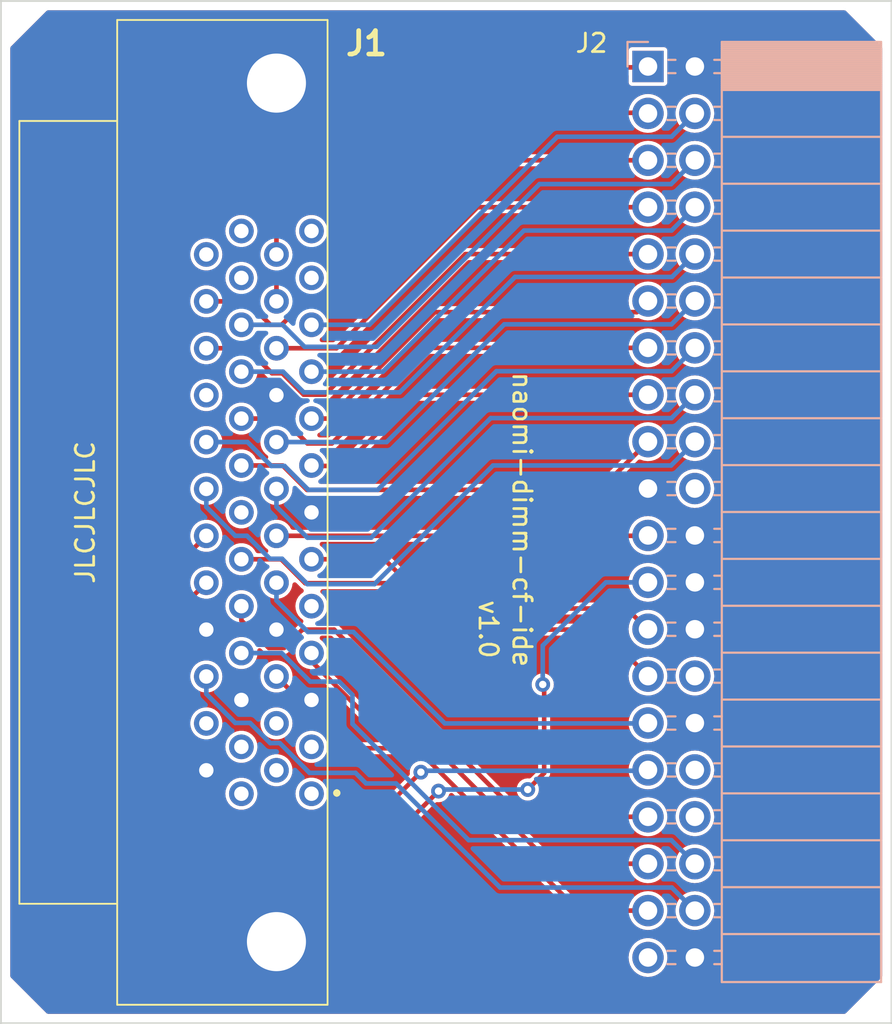
<source format=kicad_pcb>
(kicad_pcb (version 20211014) (generator pcbnew)
  (layers (0 "F.Cu" signal) (31 "B.Cu" signal) (34 "B.Paste" user) (35 "F.Paste" user) (36 "B.SilkS" user "B.Silkscreen") (37 "F.SilkS" user "F.Silkscreen") (38 "B.Mask" user) (39 "F.Mask" user) (44 "Edge.Cuts" user))
  (net 0 "")
  (net 5 "/GND")
  (net 6 "/-CS0")
  (net 7 "/A00")
  (net 8 "/-DMAACK")
  (net 10 "/-IOR")
  (net 11 "/D14")
  (net 12 "/D01")
  (net 13 "/D12")
  (net 14 "/D03")
  (net 15 "/D10")
  (net 16 "/D05")
  (net 17 "/D08")
  (net 18 "/D07")
  (net 19 "/RESET")
  (net 20 "/-CS1")
  (net 21 "/A02")
  (net 23 "/A01")
  (net 28 "/IOCHRDY")
  (net 29 "/-IOW")
  (net 30 "/D15")
  (net 31 "/D00")
  (net 32 "/D13")
  (net 33 "/D02")
  (net 35 "/D11")
  (net 37 "/D04")
  (net 38 "/D09")
  (net 39 "/D06")
  (net 48 "/-DMAREQ")
  (net 49 "/INTRQ")
  (footprint "Connector:102505212PL" (layer "F.Cu") (at 99.06 106.68 -90)
    (fp_text reference "J1" (at -25.4 -10.16 180) (layer "F.SilkS") (effects (font (size 1.27 1.27) (thickness 0.254))))
    (fp_text value "10250-5212PL" hide)
    (fp_line (start 15.3 -8.55) (end 15.3 -8.55) (layer "F.SilkS") (width 0.2))
    (fp_line (start 15.1 -8.55) (end 15.1 -8.55) (layer "F.SilkS") (width 0.2))
    (fp_line (start -21.2 8.65) (end 21.2 8.65) (layer "F.SilkS") (width 0.1))
    (fp_line (start -26.67 -8.05) (end 26.67 -8.05) (layer "F.SilkS") (width 0.1))
    (fp_line (start -21.2 3.35) (end -21.2 8.65) (layer "F.SilkS") (width 0.1))
    (fp_line (start 21.2 8.65) (end 21.2 3.35) (layer "F.SilkS") (width 0.1))
    (fp_line (start -26.67 3.35) (end -26.67 -8.05) (layer "F.SilkS") (width 0.1))
    (fp_line (start 26.67 3.35) (end -26.67 3.35) (layer "F.SilkS") (width 0.1))
    (fp_line (start 26.67 -8.05) (end 26.67 3.35) (layer "F.SilkS") (width 0.1))
    (fp_arc (start 15.3 -8.55) (mid 15.2 -8.45) (end 15.1 -8.55) (layer "F.SilkS") (width 0.2))
    (fp_arc (start 15.1 -8.55) (mid 15.2 -8.65) (end 15.3 -8.55) (layer "F.SilkS") (width 0.2))
    (pad "1" thru_hole circle (at 15.24 -7.18 270) (size 1.337 1.337) (drill 0.78) (layers *.Cu *.Mask))
    (pad "2" thru_hole circle (at 13.97 -5.28 270) (size 1.337 1.337) (drill 0.78) (layers *.Cu *.Mask))
    (pad "3" thru_hole circle (at 12.7 -7.18 270) (size 1.337 1.337) (drill 0.78) (layers *.Cu *.Mask))
    (pad "4" thru_hole circle (at 11.43 -5.28 270) (size 1.337 1.337) (drill 0.78) (layers *.Cu *.Mask))
    (pad "5" thru_hole circle (at 10.16 -7.18 270) (size 1.337 1.337) (drill 0.78) (layers *.Cu *.Mask) (net 5 "/GND"))
    (pad "6" thru_hole circle (at 8.89 -5.28 270) (size 1.337 1.337) (drill 0.78) (layers *.Cu *.Mask) (net 6 "/-CS0"))
    (pad "7" thru_hole circle (at 7.62 -7.18 270) (size 1.337 1.337) (drill 0.78) (layers *.Cu *.Mask) (net 7 "/A00"))
    (pad "8" thru_hole circle (at 6.35 -5.28 270) (size 1.337 1.337) (drill 0.78) (layers *.Cu *.Mask) (net 5 "/GND"))
    (pad "9" thru_hole circle (at 5.08 -7.18 270) (size 1.337 1.337) (drill 0.78) (layers *.Cu *.Mask))
    (pad "10" thru_hole circle (at 3.81 -5.28 270) (size 1.337 1.337) (drill 0.78) (layers *.Cu *.Mask) (net 8 "/-DMAACK"))
    (pad "11" thru_hole circle (at 2.54 -7.18 270) (size 1.337 1.337) (drill 0.78) (layers *.Cu *.Mask) (net 10 "/-IOR"))
    (pad "12" thru_hole circle (at 1.27 -5.28 270) (size 1.337 1.337) (drill 0.78) (layers *.Cu *.Mask) (net 48 "/-DMAREQ"))
    (pad "13" thru_hole circle (at 0 -7.18 270) (size 1.337 1.337) (drill 0.78) (layers *.Cu *.Mask) (net 5 "/GND"))
    (pad "14" thru_hole circle (at -1.27 -5.28 270) (size 1.337 1.337) (drill 0.78) (layers *.Cu *.Mask) (net 11 "/D14"))
    (pad "15" thru_hole circle (at -2.54 -7.18 270) (size 1.337 1.337) (drill 0.78) (layers *.Cu *.Mask) (net 12 "/D01"))
    (pad "16" thru_hole circle (at -3.81 -5.28 270) (size 1.337 1.337) (drill 0.78) (layers *.Cu *.Mask) (net 13 "/D12"))
    (pad "17" thru_hole circle (at -5.08 -7.18 270) (size 1.337 1.337) (drill 0.78) (layers *.Cu *.Mask) (net 14 "/D03"))
    (pad "18" thru_hole circle (at -6.35 -5.28 270) (size 1.337 1.337) (drill 0.78) (layers *.Cu *.Mask) (net 5 "/GND"))
    (pad "19" thru_hole circle (at -7.62 -7.18 270) (size 1.337 1.337) (drill 0.78) (layers *.Cu *.Mask) (net 15 "/D10"))
    (pad "20" thru_hole circle (at -8.89 -5.28 270) (size 1.337 1.337) (drill 0.78) (layers *.Cu *.Mask) (net 16 "/D05"))
    (pad "21" thru_hole circle (at -10.16 -7.18 270) (size 1.337 1.337) (drill 0.78) (layers *.Cu *.Mask) (net 17 "/D08"))
    (pad "22" thru_hole circle (at -11.43 -5.28 270) (size 1.337 1.337) (drill 0.78) (layers *.Cu *.Mask) (net 18 "/D07"))
    (pad "23" thru_hole circle (at -12.7 -7.18 270) (size 1.337 1.337) (drill 0.78) (layers *.Cu *.Mask))
    (pad "24" thru_hole circle (at -13.97 -5.28 270) (size 1.337 1.337) (drill 0.78) (layers *.Cu *.Mask) (net 19 "/RESET"))
    (pad "25" thru_hole circle (at -15.24 -7.18 270) (size 1.337 1.337) (drill 0.78) (layers *.Cu *.Mask))
    (pad "26" thru_hole circle (at 15.24 -3.38 270) (size 1.337 1.337) (drill 0.78) (layers *.Cu *.Mask))
    (pad "27" thru_hole circle (at 13.97 -1.48 270) (size 1.337 1.337) (drill 0.78) (layers *.Cu *.Mask) (net 5 "/GND"))
    (pad "28" thru_hole circle (at 12.7 -3.38 270) (size 1.337 1.337) (drill 0.78) (layers *.Cu *.Mask))
    (pad "29" thru_hole circle (at 11.43 -1.48 270) (size 1.337 1.337) (drill 0.78) (layers *.Cu *.Mask))
    (pad "30" thru_hole circle (at 10.16 -3.38 270) (size 1.337 1.337) (drill 0.78) (layers *.Cu *.Mask) (net 5 "/GND"))
    (pad "31" thru_hole circle (at 8.89 -1.48 270) (size 1.337 1.337) (drill 0.78) (layers *.Cu *.Mask) (net 20 "/-CS1"))
    (pad "32" thru_hole circle (at 7.62 -3.38 270) (size 1.337 1.337) (drill 0.78) (layers *.Cu *.Mask) (net 21 "/A02"))
    (pad "33" thru_hole circle (at 6.35 -1.48 270) (size 1.337 1.337) (drill 0.78) (layers *.Cu *.Mask) (net 5 "/GND"))
    (pad "34" thru_hole circle (at 5.08 -3.38 270) (size 1.337 1.337) (drill 0.78) (layers *.Cu *.Mask) (net 23 "/A01"))
    (pad "35" thru_hole circle (at 3.81 -1.48 270) (size 1.337 1.337) (drill 0.78) (layers *.Cu *.Mask) (net 49 "/INTRQ"))
    (pad "36" thru_hole circle (at 2.54 -3.38 270) (size 1.337 1.337) (drill 0.78) (layers *.Cu *.Mask) (net 28 "/IOCHRDY"))
    (pad "37" thru_hole circle (at 1.27 -1.48 270) (size 1.337 1.337) (drill 0.78) (layers *.Cu *.Mask) (net 29 "/-IOW"))
    (pad "38" thru_hole circle (at 0 -3.38 270) (size 1.337 1.337) (drill 0.78) (layers *.Cu *.Mask))
    (pad "39" thru_hole circle (at -1.27 -1.48 270) (size 1.337 1.337) (drill 0.78) (layers *.Cu *.Mask) (net 30 "/D15"))
    (pad "40" thru_hole circle (at -2.54 -3.38 270) (size 1.337 1.337) (drill 0.78) (layers *.Cu *.Mask) (net 31 "/D00"))
    (pad "41" thru_hole circle (at -3.81 -1.48 270) (size 1.337 1.337) (drill 0.78) (layers *.Cu *.Mask) (net 32 "/D13"))
    (pad "42" thru_hole circle (at -5.08 -3.38 270) (size 1.337 1.337) (drill 0.78) (layers *.Cu *.Mask) (net 33 "/D02"))
    (pad "43" thru_hole circle (at -6.35 -1.48 270) (size 1.337 1.337) (drill 0.78) (layers *.Cu *.Mask))
    (pad "44" thru_hole circle (at -7.62 -3.38 270) (size 1.337 1.337) (drill 0.78) (layers *.Cu *.Mask) (net 35 "/D11"))
    (pad "45" thru_hole circle (at -8.89 -1.48 270) (size 1.337 1.337) (drill 0.78) (layers *.Cu *.Mask) (net 37 "/D04"))
    (pad "46" thru_hole circle (at -10.16 -3.38 270) (size 1.337 1.337) (drill 0.78) (layers *.Cu *.Mask) (net 38 "/D09"))
    (pad "47" thru_hole circle (at -11.43 -1.48 270) (size 1.337 1.337) (drill 0.78) (layers *.Cu *.Mask) (net 39 "/D06"))
    (pad "48" thru_hole circle (at -12.7 -3.38 270) (size 1.337 1.337) (drill 0.78) (layers *.Cu *.Mask))
    (pad "49" thru_hole circle (at -13.97 -1.48 270) (size 1.337 1.337) (drill 0.78) (layers *.Cu *.Mask))
    (pad "50" thru_hole circle (at -15.24 -3.38 270) (size 1.337 1.337) (drill 0.78) (layers *.Cu *.Mask))
    (pad "51" thru_hole circle (at -23.25 -5.28 270) (size 4.8 4.8) (drill 3.2) (layers *.Cu *.Mask) (net 5 "/GND"))
    (pad "52" thru_hole circle (at 23.25 -5.28 270) (size 4.8 4.8) (drill 3.2) (layers *.Cu *.Mask) (net 5 "/GND"))
  )
  (footprint "Connector_PinSocket_2.54mm:PinSocket_2x20_P2.54mm_Horizontal" (layer "B.Cu") (at 124.4738 82.53 180)
    (fp_text reference "J2" (at 3.0598 1.266) (layer "F.SilkS"))
    (fp_text value "IDE-40PIN")
    (fp_line (start -12.63 -26.67) (end -4 -26.67) (layer "B.SilkS") (width 0.12))
    (fp_line (start -4 -37.74) (end -3.59 -37.74) (layer "B.SilkS") (width 0.12))
    (fp_line (start -1.49 -42.82) (end -1.05 -42.82) (layer "B.SilkS") (width 0.12))
    (fp_line (start -12.63 -3.81) (end -4 -3.81) (layer "B.SilkS") (width 0.12))
    (fp_line (start -4 -10.52) (end -3.59 -10.52) (layer "B.SilkS") (width 0.12))
    (fp_line (start -4 -42.82) (end -3.59 -42.82) (layer "B.SilkS") (width 0.12))
    (fp_line (start -1.49 -28.3) (end -1.05 -28.3) (layer "B.SilkS") (width 0.12))
    (fp_line (start -4 -30.12) (end -3.59 -30.12) (layer "B.SilkS") (width 0.12))
    (fp_line (start -1.49 -4.72) (end -1.05 -4.72) (layer "B.SilkS") (width 0.12))
    (fp_line (start -12.63 -6.35) (end -4 -6.35) (layer "B.SilkS") (width 0.12))
    (fp_line (start -12.63 -13.97) (end -4 -13.97) (layer "B.SilkS") (width 0.12))
    (fp_line (start -4 -12.34) (end -3.59 -12.34) (layer "B.SilkS") (width 0.12))
    (fp_line (start -12.63 -0.797615) (end -4 -0.797615) (layer "B.SilkS") (width 0.12))
    (fp_line (start -4 -48.62) (end -3.59 -48.62) (layer "B.SilkS") (width 0.12))
    (fp_line (start -1.49 -23.22) (end -1.05 -23.22) (layer "B.SilkS") (width 0.12))
    (fp_line (start -1.49 -7.26) (end -1.05 -7.26) (layer "B.SilkS") (width 0.12))
    (fp_line (start -1.49 0.36) (end -1.11 0.36) (layer "B.SilkS") (width 0.12))
    (fp_line (start -4 -7.98) (end -3.59 -7.98) (layer "B.SilkS") (width 0.12))
    (fp_line (start -1.49 -37.74) (end -1.05 -37.74) (layer "B.SilkS") (width 0.12))
    (fp_line (start -1.49 -35.92) (end -1.05 -35.92) (layer "B.SilkS") (width 0.12))
    (fp_line (start -4 -23.22) (end -3.59 -23.22) (layer "B.SilkS") (width 0.12))
    (fp_line (start -1.49 -46.08) (end -1.05 -46.08) (layer "B.SilkS") (width 0.12))
    (fp_line (start -4 -45.36) (end -3.59 -45.36) (layer "B.SilkS") (width 0.12))
    (fp_line (start -4 -41) (end -3.59 -41) (layer "B.SilkS") (width 0.12))
    (fp_line (start -1.49 -33.38) (end -1.05 -33.38) (layer "B.SilkS") (width 0.12))
    (fp_line (start -12.63 -19.05) (end -4 -19.05) (layer "B.SilkS") (width 0.12))
    (fp_line (start -1.49 -30.12) (end -1.05 -30.12) (layer "B.SilkS") (width 0.12))
    (fp_line (start -4 -2.18) (end -3.59 -2.18) (layer "B.SilkS") (width 0.12))
    (fp_line (start -12.63 -1.1519) (end -4 -1.1519) (layer "B.SilkS") (width 0.12))
    (fp_line (start -12.63 0.855715) (end -4 0.855715) (layer "B.SilkS") (width 0.12))
    (fp_line (start -12.63 -49.59) (end -4 -49.59) (layer "B.SilkS") (width 0.12))
    (fp_line (start -4 -9.8) (end -3.59 -9.8) (layer "B.SilkS") (width 0.12))
    (fp_line (start -1.49 -5.44) (end -1.05 -5.44) (layer "B.SilkS") (width 0.12))
    (fp_line (start -12.63 -11.43) (end -4 -11.43) (layer "B.SilkS") (width 0.12))
    (fp_line (start -12.63 -16.51) (end -4 -16.51) (layer "B.SilkS") (width 0.12))
    (fp_line (start -1.49 -25.04) (end -1.05 -25.04) (layer "B.SilkS") (width 0.12))
    (fp_line (start -4 -35.2) (end -3.59 -35.2) (layer "B.SilkS") (width 0.12))
    (fp_line (start -12.63 0.02905) (end -4 0.02905) (layer "B.SilkS") (width 0.12))
    (fp_line (start -1.49 -15.6) (end -1.05 -15.6) (layer "B.SilkS") (width 0.12))
    (fp_line (start -1.49 -48.62) (end -1.05 -48.62) (layer "B.SilkS") (width 0.12))
    (fp_line (start -12.63 -29.21) (end -4 -29.21) (layer "B.SilkS") (width 0.12))
    (fp_line (start -12.63 -0.67952) (end -4 -0.67952) (layer "B.SilkS") (width 0.12))
    (fp_line (start -12.63 0.26524) (end -4 0.26524) (layer "B.SilkS") (width 0.12))
    (fp_line (start -1.49 -41) (end -1.05 -41) (layer "B.SilkS") (width 0.12))
    (fp_line (start -1.49 -2.9) (end -1.05 -2.9) (layer "B.SilkS") (width 0.12))
    (fp_line (start -4 -43.54) (end -3.59 -43.54) (layer "B.SilkS") (width 0.12))
    (fp_line (start -4 -40.28) (end -3.59 -40.28) (layer "B.SilkS") (width 0.12))
    (fp_line (start -1.49 -7.98) (end -1.05 -7.98) (layer "B.SilkS") (width 0.12))
    (fp_line (start -4 -18.14) (end -3.59 -18.14) (layer "B.SilkS") (width 0.12))
    (fp_line (start -12.63 -1.27) (end -4 -1.27) (layer "B.SilkS") (width 0.12))
    (fp_line (start -1.49 -25.76) (end -1.05 -25.76) (layer "B.SilkS") (width 0.12))
    (fp_line (start -1.49 -32.66) (end -1.05 -32.66) (layer "B.SilkS") (width 0.12))
    (fp_line (start -12.63 -36.83) (end -4 -36.83) (layer "B.SilkS") (width 0.12))
    (fp_line (start -1.49 -9.8) (end -1.05 -9.8) (layer "B.SilkS") (width 0.12))
    (fp_line (start -4 -46.08) (end -3.59 -46.08) (layer "B.SilkS") (width 0.12))
    (fp_line (start -1.49 -19.96) (end -1.05 -19.96) (layer "B.SilkS") (width 0.12))
    (fp_line (start -4 -19.96) (end -3.59 -19.96) (layer "B.SilkS") (width 0.12))
    (fp_line (start 0 1.33) (end 1.11 1.33) (layer "B.SilkS") (width 0.12))
    (fp_line (start -1.49 -14.88) (end -1.05 -14.88) (layer "B.SilkS") (width 0.12))
    (fp_line (start -4 -25.04) (end -3.59 -25.04) (layer "B.SilkS") (width 0.12))
    (fp_line (start -12.63 -0.089045) (end -4 -0.089045) (layer "B.SilkS") (width 0.12))
    (fp_line (start -4 -22.5) (end -3.59 -22.5) (layer "B.SilkS") (width 0.12))
    (fp_line (start -12.63 0.383335) (end -4 0.383335) (layer "B.SilkS") (width 0.12))
    (fp_line (start -12.63 -0.20714) (end -4 -0.20714) (layer "B.SilkS") (width 0.12))
    (fp_line (start -12.63 -1.033805) (end -4 -1.033805) (layer "B.SilkS") (width 0.12))
    (fp_line (start -4 -17.42) (end -3.59 -17.42) (layer "B.SilkS") (width 0.12))
    (fp_line (start -4 -2.9) (end -3.59 -2.9) (layer "B.SilkS") (width 0.12))
    (fp_line (start -1.49 -43.54) (end -1.05 -43.54) (layer "B.SilkS") (width 0.12))
    (fp_line (start -1.49 -22.5) (end -1.05 -22.5) (layer "B.SilkS") (width 0.12))
    (fp_line (start -4 -27.58) (end -3.59 -27.58) (layer "B.SilkS") (width 0.12))
    (fp_line (start -12.63 0.619525) (end -4 0.619525) (layer "B.SilkS") (width 0.12))
    (fp_line (start -4 -35.92) (end -3.59 -35.92) (layer "B.SilkS") (width 0.12))
    (fp_line (start -12.63 1.33) (end -4 1.33) (layer "B.SilkS") (width 0.12))
    (fp_line (start -1.49 -12.34) (end -1.05 -12.34) (layer "B.SilkS") (width 0.12))
    (fp_line (start -4 -7.26) (end -3.59 -7.26) (layer "B.SilkS") (width 0.12))
    (fp_line (start -4 -13.06) (end -3.59 -13.06) (layer "B.SilkS") (width 0.12))
    (fp_line (start -12.63 1.091905) (end -4 1.091905) (layer "B.SilkS") (width 0.12))
    (fp_line (start -12.63 0.147145) (end -4 0.147145) (layer "B.SilkS") (width 0.12))
    (fp_line (start -1.49 -2.18) (end -1.05 -2.18) (layer "B.SilkS") (width 0.12))
    (fp_line (start -1.49 -38.46) (end -1.05 -38.46) (layer "B.SilkS") (width 0.12))
    (fp_line (start -4 0.36) (end -3.59 0.36) (layer "B.SilkS") (width 0.12))
    (fp_line (start -12.63 -0.561425) (end -4 -0.561425) (layer "B.SilkS") (width 0.12))
    (fp_line (start -12.63 -39.37) (end -4 -39.37) (layer "B.SilkS") (width 0.12))
    (fp_line (start -1.49 -45.36) (end -1.05 -45.36) (layer "B.SilkS") (width 0.12))
    (fp_line (start -4 -33.38) (end -3.59 -33.38) (layer "B.SilkS") (width 0.12))
    (fp_line (start -12.63 0.73762) (end -4 0.73762) (layer "B.SilkS") (width 0.12))
    (fp_line (start -4 -47.9) (end -3.59 -47.9) (layer "B.SilkS") (width 0.12))
    (fp_line (start -1.49 -18.14) (end -1.05 -18.14) (layer "B.SilkS") (width 0.12))
    (fp_line (start -1.49 -47.9) (end -1.05 -47.9) (layer "B.SilkS") (width 0.12))
    (fp_line (start -4 -14.88) (end -3.59 -14.88) (layer "B.SilkS") (width 0.12))
    (fp_line (start -1.49 -35.2) (end -1.05 -35.2) (layer "B.SilkS") (width 0.12))
    (fp_line (start -12.63 -0.44333) (end -4 -0.44333) (layer "B.SilkS") (width 0.12))
    (fp_line (start -4 -38.46) (end -3.59 -38.46) (layer "B.SilkS") (width 0.12))
    (fp_line (start -1.49 -27.58) (end -1.05 -27.58) (layer "B.SilkS") (width 0.12))
    (fp_line (start -1.49 -17.42) (end -1.05 -17.42) (layer "B.SilkS") (width 0.12))
    (fp_line (start -12.63 1.33) (end -12.63 -49.59) (layer "B.SilkS") (width 0.12))
    (fp_line (start -1.49 -40.28) (end -1.05 -40.28) (layer "B.SilkS") (width 0.12))
    (fp_line (start -12.63 -0.325235) (end -4 -0.325235) (layer "B.SilkS") (width 0.12))
    (fp_line (start -4 -30.84) (end -3.59 -30.84) (layer "B.SilkS") (width 0.12))
    (fp_line (start -12.63 1.21) (end -4 1.21) (layer "B.SilkS") (width 0.12))
    (fp_line (start -12.63 -46.99) (end -4 -46.99) (layer "B.SilkS") (width 0.12))
    (fp_line (start -12.63 0.97381) (end -4 0.97381) (layer "B.SilkS") (width 0.12))
    (fp_line (start -12.63 0.50143) (end -4 0.50143) (layer "B.SilkS") (width 0.12))
    (fp_line (start -1.49 -30.84) (end -1.05 -30.84) (layer "B.SilkS") (width 0.12))
    (fp_line (start -1.49 -20.68) (end -1.05 -20.68) (layer "B.SilkS") (width 0.12))
    (fp_line (start -4 1.33) (end -4 -49.59) (layer "B.SilkS") (width 0.12))
    (fp_line (start -12.63 -24.13) (end -4 -24.13) (layer "B.SilkS") (width 0.12))
    (fp_line (start -1.49 -13.06) (end -1.05 -13.06) (layer "B.SilkS") (width 0.12))
    (fp_line (start -1.49 -0.36) (end -1.11 -0.36) (layer "B.SilkS") (width 0.12))
    (fp_line (start -12.63 -21.59) (end -4 -21.59) (layer "B.SilkS") (width 0.12))
    (fp_line (start -4 -28.3) (end -3.59 -28.3) (layer "B.SilkS") (width 0.12))
    (fp_line (start -4 -20.68) (end -3.59 -20.68) (layer "B.SilkS") (width 0.12))
    (fp_line (start -4 -25.76) (end -3.59 -25.76) (layer "B.SilkS") (width 0.12))
    (fp_line (start -12.63 -44.45) (end -4 -44.45) (layer "B.SilkS") (width 0.12))
    (fp_line (start 1.11 1.33) (end 1.11 0) (layer "B.SilkS") (width 0.12))
    (fp_line (start -1.49 -10.52) (end -1.05 -10.52) (layer "B.SilkS") (width 0.12))
    (fp_line (start -4 -32.66) (end -3.59 -32.66) (layer "B.SilkS") (width 0.12))
    (fp_line (start -12.63 -0.91571) (end -4 -0.91571) (layer "B.SilkS") (width 0.12))
    (fp_line (start -4 -0.36) (end -3.59 -0.36) (layer "B.SilkS") (width 0.12))
    (fp_line (start -12.63 -8.89) (end -4 -8.89) (layer "B.SilkS") (width 0.12))
    (fp_line (start -4 -15.6) (end -3.59 -15.6) (layer "B.SilkS") (width 0.12))
    (fp_line (start -4 -4.72) (end -3.59 -4.72) (layer "B.SilkS") (width 0.12))
    (fp_line (start -4 -5.44) (end -3.59 -5.44) (layer "B.SilkS") (width 0.12))
    (fp_line (start -12.63 -34.29) (end -4 -34.29) (layer "B.SilkS") (width 0.12))
    (fp_line (start -12.63 -31.75) (end -4 -31.75) (layer "B.SilkS") (width 0.12))
    (fp_line (start -12.63 -41.91) (end -4 -41.91) (layer "B.SilkS") (width 0.12))
    (pad "1" thru_hole rect locked (at 0 0 180) (size 1.7 1.7) (drill 1) (layers *.Cu *.Mask) (net 19 "/RESET"))
    (pad "2" thru_hole oval locked (at -2.54 0 180) (size 1.7 1.7) (drill 1) (layers *.Cu *.Mask) (net 5 "/GND"))
    (pad "3" thru_hole oval locked (at 0 -2.54 180) (size 1.7 1.7) (drill 1) (layers *.Cu *.Mask) (net 18 "/D07"))
    (pad "4" thru_hole oval locked (at -2.54 -2.54 180) (size 1.7 1.7) (drill 1) (layers *.Cu *.Mask) (net 17 "/D08"))
    (pad "5" thru_hole oval locked (at 0 -5.08 180) (size 1.7 1.7) (drill 1) (layers *.Cu *.Mask) (net 39 "/D06"))
    (pad "6" thru_hole oval locked (at -2.54 -5.08 180) (size 1.7 1.7) (drill 1) (layers *.Cu *.Mask) (net 38 "/D09"))
    (pad "7" thru_hole oval locked (at 0 -7.62 180) (size 1.7 1.7) (drill 1) (layers *.Cu *.Mask) (net 16 "/D05"))
    (pad "8" thru_hole oval locked (at -2.54 -7.62 180) (size 1.7 1.7) (drill 1) (layers *.Cu *.Mask) (net 15 "/D10"))
    (pad "9" thru_hole oval locked (at 0 -10.16 180) (size 1.7 1.7) (drill 1) (layers *.Cu *.Mask) (net 37 "/D04"))
    (pad "10" thru_hole oval locked (at -2.54 -10.16 180) (size 1.7 1.7) (drill 1) (layers *.Cu *.Mask) (net 35 "/D11"))
    (pad "11" thru_hole oval locked (at 0 -12.7 180) (size 1.7 1.7) (drill 1) (layers *.Cu *.Mask) (net 14 "/D03"))
    (pad "12" thru_hole oval locked (at -2.54 -12.7 180) (size 1.7 1.7) (drill 1) (layers *.Cu *.Mask) (net 13 "/D12"))
    (pad "13" thru_hole oval locked (at 0 -15.24 180) (size 1.7 1.7) (drill 1) (layers *.Cu *.Mask) (net 33 "/D02"))
    (pad "14" thru_hole oval locked (at -2.54 -15.24 180) (size 1.7 1.7) (drill 1) (layers *.Cu *.Mask) (net 32 "/D13"))
    (pad "15" thru_hole oval locked (at 0 -17.78 180) (size 1.7 1.7) (drill 1) (layers *.Cu *.Mask) (net 12 "/D01"))
    (pad "16" thru_hole oval locked (at -2.54 -17.78 180) (size 1.7 1.7) (drill 1) (layers *.Cu *.Mask) (net 11 "/D14"))
    (pad "17" thru_hole oval locked (at 0 -20.32 180) (size 1.7 1.7) (drill 1) (layers *.Cu *.Mask) (net 31 "/D00"))
    (pad "18" thru_hole oval locked (at -2.54 -20.32 180) (size 1.7 1.7) (drill 1) (layers *.Cu *.Mask) (net 30 "/D15"))
    (pad "19" thru_hole oval locked (at 0 -22.86 180) (size 1.7 1.7) (drill 1) (layers *.Cu *.Mask) (net 5 "/GND"))
    (pad "20" thru_hole oval locked (at -2.54 -22.86 180) (size 1.7 1.7) (drill 1) (layers *.Cu *.Mask))
    (pad "21" thru_hole oval locked (at 0 -25.4 180) (size 1.7 1.7) (drill 1) (layers *.Cu *.Mask) (net 48 "/-DMAREQ"))
    (pad "22" thru_hole oval locked (at -2.54 -25.4 180) (size 1.7 1.7) (drill 1) (layers *.Cu *.Mask) (net 5 "/GND"))
    (pad "23" thru_hole oval locked (at 0 -27.94 180) (size 1.7 1.7) (drill 1) (layers *.Cu *.Mask) (net 29 "/-IOW"))
    (pad "24" thru_hole oval locked (at -2.54 -27.94 180) (size 1.7 1.7) (drill 1) (layers *.Cu *.Mask) (net 5 "/GND"))
    (pad "25" thru_hole oval locked (at 0 -30.48 180) (size 1.7 1.7) (drill 1) (layers *.Cu *.Mask) (net 10 "/-IOR"))
    (pad "26" thru_hole oval locked (at -2.54 -30.48 180) (size 1.7 1.7) (drill 1) (layers *.Cu *.Mask) (net 5 "/GND"))
    (pad "27" thru_hole oval locked (at 0 -33.02 180) (size 1.7 1.7) (drill 1) (layers *.Cu *.Mask) (net 28 "/IOCHRDY"))
    (pad "28" thru_hole oval locked (at -2.54 -33.02 180) (size 1.7 1.7) (drill 1) (layers *.Cu *.Mask))
    (pad "29" thru_hole oval locked (at 0 -35.56 180) (size 1.7 1.7) (drill 1) (layers *.Cu *.Mask) (net 8 "/-DMAACK"))
    (pad "30" thru_hole oval locked (at -2.54 -35.56 180) (size 1.7 1.7) (drill 1) (layers *.Cu *.Mask) (net 5 "/GND"))
    (pad "31" thru_hole oval locked (at 0 -38.1 180) (size 1.7 1.7) (drill 1) (layers *.Cu *.Mask) (net 49 "/INTRQ"))
    (pad "32" thru_hole oval locked (at -2.54 -38.1 180) (size 1.7 1.7) (drill 1) (layers *.Cu *.Mask))
    (pad "33" thru_hole oval locked (at 0 -40.64 180) (size 1.7 1.7) (drill 1) (layers *.Cu *.Mask) (net 23 "/A01"))
    (pad "34" thru_hole oval locked (at -2.54 -40.64 180) (size 1.7 1.7) (drill 1) (layers *.Cu *.Mask))
    (pad "35" thru_hole oval locked (at 0 -43.18 180) (size 1.7 1.7) (drill 1) (layers *.Cu *.Mask) (net 7 "/A00"))
    (pad "36" thru_hole oval locked (at -2.54 -43.18 180) (size 1.7 1.7) (drill 1) (layers *.Cu *.Mask) (net 21 "/A02"))
    (pad "37" thru_hole oval locked (at 0 -45.72 180) (size 1.7 1.7) (drill 1) (layers *.Cu *.Mask) (net 6 "/-CS0"))
    (pad "38" thru_hole oval locked (at -2.54 -45.72 180) (size 1.7 1.7) (drill 1) (layers *.Cu *.Mask) (net 20 "/-CS1"))
    (pad "39" thru_hole oval locked (at 0 -48.26 180) (size 1.7 1.7) (drill 1) (layers *.Cu *.Mask))
    (pad "40" thru_hole oval locked (at -2.54 -48.26 180) (size 1.7 1.7) (drill 1) (layers *.Cu *.Mask) (net 5 "/GND"))
  )
  (gr_line (start 137.67 134.35) (end 137.67 78.978) (layer "Edge.Cuts") (width 0.1))
  (gr_line (start 89.41 134.35) (end 89.41 78.978) (layer "Edge.Cuts") (width 0.1))
  (gr_line (start 89.41 78.978) (end 137.67 78.978) (layer "Edge.Cuts") (width 0.1))
  (gr_line (start 89.41 134.35) (end 137.67 134.35) (layer "Edge.Cuts") (width 0.1))
  (gr_text "naomi-dimm-cf-ide" (at 117.6548 107.0704 270) (layer "F.SilkS") (effects (font (size 1 1))))
  (gr_text "JLCJLCJLC" (at 93.98 106.68 90) (layer "F.SilkS") (effects (font (size 1 1))))
  (gr_text "v1.0" (at 115.826 113.014 270) (layer "F.SilkS") (effects (font (size 1 1))))
  (segment (start 108.4326 119.4562) (end 111.9124 119.4562) (width 0.25) (layer "F.Cu") (net 6))
  (segment (start 111.9124 119.4562) (end 120.7062 128.25) (width 0.25) (layer "F.Cu") (net 6))
  (segment (start 106.809411 117.833011) (end 108.4326 119.4562) (width 0.25) (layer "F.Cu") (net 6))
  (segment (start 105.246989 116.476989) (end 105.246989 117.25132) (width 0.25) (layer "F.Cu") (net 6))
  (segment (start 104.34 115.57) (end 105.246989 116.476989) (width 0.25) (layer "F.Cu") (net 6))
  (segment (start 105.246989 117.25132) (end 105.82868 117.833011) (width 0.25) (layer "F.Cu") (net 6))
  (segment (start 105.82868 117.833011) (end 106.809411 117.833011) (width 0.25) (layer "F.Cu") (net 6))
  (segment (start 120.7062 128.25) (end 124.4738 128.25) (width 0.25) (layer "F.Cu") (net 6))
  (segment (start 106.24 114.3) (end 106.24 114.749) (width 0.25) (layer "F.Cu") (net 7))
  (segment (start 119.2076 125.71) (end 124.4738 125.71) (width 0.25) (layer "F.Cu") (net 7))
  (segment (start 110.49768 119.00668) (end 112.50428 119.00668) (width 0.25) (layer "F.Cu") (net 7))
  (segment (start 112.50428 119.00668) (end 119.2076 125.71) (width 0.25) (layer "F.Cu") (net 7))
  (segment (start 106.24 114.749) (end 110.49768 119.00668) (width 0.25) (layer "F.Cu") (net 7))
  (segment (start 106.045 113.157) (end 108.5088 113.157) (width 0.25) (layer "B.Cu") (net 8))
  (segment (start 104.34 111.452) (end 106.045 113.157) (width 0.25) (layer "B.Cu") (net 8))
  (segment (start 108.5088 113.157) (end 113.4618 118.11) (width 0.25) (layer "B.Cu") (net 8))
  (segment (start 124.4538 118.11) (end 124.4738 118.09) (width 0.25) (layer "B.Cu") (net 8))
  (segment (start 113.4618 118.11) (end 124.4538 118.11) (width 0.25) (layer "B.Cu") (net 8))
  (segment (start 104.34 110.49) (end 104.34 111.452) (width 0.25) (layer "B.Cu") (net 8))
  (segment (start 123.317 111.887) (end 112.8522 111.887) (width 0.25) (layer "F.Cu") (net 10))
  (segment (start 112.8522 111.887) (end 110.1852 109.22) (width 0.25) (layer "F.Cu") (net 10))
  (segment (start 124.44 113.01) (end 123.317 111.887) (width 0.25) (layer "F.Cu") (net 10))
  (segment (start 110.1852 109.22) (end 106.24 109.22) (width 0.25) (layer "F.Cu") (net 10))
  (segment (start 104.34 106.372) (end 104.34 105.41) (width 0.25) (layer "B.Cu") (net 11))
  (segment (start 127.0138 100.31) (end 125.7492 101.5746) (width 0.25) (layer "B.Cu") (net 11))
  (segment (start 106.0196 108.0516) (end 104.34 106.372) (width 0.25) (layer "B.Cu") (net 11))
  (segment (start 109.474 108.0516) (end 106.0196 108.0516) (width 0.25) (layer "B.Cu") (net 11))
  (segment (start 115.951 101.5746) (end 109.474 108.0516) (width 0.25) (layer "B.Cu") (net 11))
  (segment (start 125.7492 101.5746) (end 115.951 101.5746) (width 0.25) (layer "B.Cu") (net 11))
  (segment (start 124.4738 100.31) (end 111.8816 100.31) (width 0.25) (layer "F.Cu") (net 12))
  (segment (start 108.0262 104.1654) (end 106.2654 104.1654) (width 0.25) (layer "F.Cu") (net 12))
  (segment (start 111.8816 100.31) (end 108.0262 104.1654) (width 0.25) (layer "F.Cu") (net 12))
  (segment (start 110.3122 102.87) (end 104.34 102.87) (width 0.25) (layer "B.Cu") (net 13))
  (segment (start 125.7492 96.4946) (end 116.6876 96.4946) (width 0.25) (layer "B.Cu") (net 13))
  (segment (start 116.6876 96.4946) (end 110.3122 102.87) (width 0.25) (layer "B.Cu") (net 13))
  (segment (start 127.0138 95.23) (end 125.7492 96.4946) (width 0.25) (layer "B.Cu") (net 13))
  (segment (start 112.9284 95.8342) (end 123.8696 95.8342) (width 0.25) (layer "F.Cu") (net 14))
  (segment (start 106.24 101.6) (end 107.1626 101.6) (width 0.25) (layer "F.Cu") (net 14))
  (segment (start 107.1626 101.6) (end 112.9284 95.8342) (width 0.25) (layer "F.Cu") (net 14))
  (segment (start 123.8696 95.8342) (end 124.4738 95.23) (width 0.25) (layer "F.Cu") (net 14))
  (segment (start 117.7544 91.4146) (end 110.109 99.06) (width 0.25) (layer "B.Cu") (net 15))
  (segment (start 125.7492 91.4146) (end 117.7544 91.4146) (width 0.25) (layer "B.Cu") (net 15))
  (segment (start 110.109 99.06) (end 106.24 99.06) (width 0.25) (layer "B.Cu") (net 15))
  (segment (start 127.0138 90.15) (end 125.7492 91.4146) (width 0.25) (layer "B.Cu") (net 15))
  (segment (start 124.4738 90.15) (end 115.2344 90.15) (width 0.25) (layer "F.Cu") (net 16))
  (segment (start 107.5944 97.79) (end 104.34 97.79) (width 0.25) (layer "F.Cu") (net 16))
  (segment (start 115.2344 90.15) (end 107.5944 97.79) (width 0.25) (layer "F.Cu") (net 16))
  (segment (start 127.0138 85.07) (end 125.7492 86.3346) (width 0.25) (layer "B.Cu") (net 17))
  (segment (start 119.5578 86.3346) (end 109.3724 96.52) (width 0.25) (layer "B.Cu") (net 17))
  (segment (start 125.7492 86.3346) (end 119.5578 86.3346) (width 0.25) (layer "B.Cu") (net 17))
  (segment (start 109.3724 96.52) (end 106.24 96.52) (width 0.25) (layer "B.Cu") (net 17))
  (segment (start 115.1382 85.0392) (end 107.5436 92.6338) (width 0.25) (layer "F.Cu") (net 18))
  (segment (start 107.5436 92.6338) (end 105.9688 92.6338) (width 0.25) (layer "F.Cu") (net 18))
  (segment (start 124.443 85.0392) (end 115.1382 85.0392) (width 0.25) (layer "F.Cu") (net 18))
  (segment (start 104.34 94.2626) (end 104.34 95.25) (width 0.25) (layer "F.Cu") (net 18))
  (segment (start 105.9688 92.6338) (end 104.34 94.2626) (width 0.25) (layer "F.Cu") (net 18))
  (segment (start 124.4284 82.5754) (end 124.4738 82.53) (width 0.25) (layer "F.Cu") (net 19))
  (segment (start 112.8014 82.5754) (end 124.4284 82.5754) (width 0.25) (layer "F.Cu") (net 19))
  (segment (start 104.34 91.0368) (end 112.8014 82.5754) (width 0.25) (layer "F.Cu") (net 19))
  (segment (start 104.34 92.71) (end 104.34 91.0368) (width 0.25) (layer "F.Cu") (net 19))
  (segment (start 102.910269 118.0846) (end 104.002469 119.1768) (width 0.25) (layer "B.Cu") (net 20))
  (segment (start 108.6231 120.7897) (end 109.1946 121.3612) (width 0.25) (layer "B.Cu") (net 20))
  (segment (start 125.7638 127) (end 127.0138 128.25) (width 0.25) (layer "B.Cu") (net 20))
  (segment (start 106.1339 120.7897) (end 108.6231 120.7897) (width 0.25) (layer "B.Cu") (net 20))
  (segment (start 109.1946 121.3612) (end 110.8202 121.3612) (width 0.25) (layer "B.Cu") (net 20))
  (segment (start 102.109199 118.0846) (end 102.910269 118.0846) (width 0.25) (layer "B.Cu") (net 20))
  (segment (start 104.002469 119.1768) (end 104.521 119.1768) (width 0.25) (layer "B.Cu") (net 20))
  (segment (start 110.8202 121.3612) (end 116.459 127) (width 0.25) (layer "B.Cu") (net 20))
  (segment (start 104.521 119.1768) (end 106.1339 120.7897) (width 0.25) (layer "B.Cu") (net 20))
  (segment (start 100.54 115.57) (end 100.54 116.515401) (width 0.25) (layer "B.Cu") (net 20))
  (segment (start 100.54 116.515401) (end 102.109199 118.0846) (width 0.25) (layer "B.Cu") (net 20))
  (segment (start 116.459 127) (end 125.7638 127) (width 0.25) (layer "B.Cu") (net 20))
  (segment (start 127.0138 125.71) (end 125.7384 124.4346) (width 0.25) (layer "B.Cu") (net 21))
  (segment (start 104.6226 114.3) (end 102.44 114.3) (width 0.25) (layer "B.Cu") (net 21))
  (segment (start 106.169589 115.846989) (end 104.6226 114.3) (width 0.25) (layer "B.Cu") (net 21))
  (segment (start 107.736989 115.846989) (end 106.169589 115.846989) (width 0.25) (layer "B.Cu") (net 21))
  (segment (start 114.7572 124.4346) (end 108.46 118.1374) (width 0.25) (layer "B.Cu") (net 21))
  (segment (start 125.7384 124.4346) (end 114.7572 124.4346) (width 0.25) (layer "B.Cu") (net 21))
  (segment (start 108.46 118.1374) (end 108.46 116.57) (width 0.25) (layer "B.Cu") (net 21))
  (segment (start 108.46 116.57) (end 107.736989 115.846989) (width 0.25) (layer "B.Cu") (net 21))
  (segment (start 103.92868 114.023011) (end 104.75132 114.023011) (width 0.25) (layer "F.Cu") (net 23))
  (segment (start 102.44 112.534331) (end 103.92868 114.023011) (width 0.25) (layer "F.Cu") (net 23))
  (segment (start 117.6074 123.17) (end 124.4738 123.17) (width 0.25) (layer "F.Cu") (net 23))
  (segment (start 102.44 111.76) (end 102.44 112.534331) (width 0.25) (layer "F.Cu") (net 23))
  (segment (start 107.4674 113.03) (end 117.6074 123.17) (width 0.25) (layer "F.Cu") (net 23))
  (segment (start 104.75132 114.023011) (end 105.744331 113.03) (width 0.25) (layer "F.Cu") (net 23))
  (segment (start 105.744331 113.03) (end 107.4674 113.03) (width 0.25) (layer "F.Cu") (net 23))
  (segment (start 121.9538 113.03) (end 112.8268 113.03) (width 0.25) (layer "F.Cu") (net 28))
  (segment (start 112.8268 113.03) (end 110.3122 110.5154) (width 0.25) (layer "F.Cu") (net 28))
  (segment (start 110.3122 110.5154) (end 105.8926 110.5154) (width 0.25) (layer "F.Cu") (net 28))
  (segment (start 105.8926 110.5154) (end 104.5972 109.22) (width 0.25) (layer "F.Cu") (net 28))
  (segment (start 124.4738 115.55) (end 121.9538 113.03) (width 0.25) (layer "F.Cu") (net 28))
  (segment (start 104.5972 109.22) (end 102.44 109.22) (width 0.25) (layer "F.Cu") (net 28))
  (segment (start 118.7704 116.0018) (end 118.8466 116.078) (width 0.25) (layer "F.Cu") (net 29))
  (segment (start 98.2472 124.3076) (end 98.2472 110.2428) (width 0.25) (layer "F.Cu") (net 29))
  (segment (start 99.6188 125.6792) (end 98.2472 124.3076) (width 0.25) (layer "F.Cu") (net 29))
  (segment (start 118.8466 120.8024) (end 117.9576 121.6914) (width 0.25) (layer "F.Cu") (net 29))
  (segment (start 118.8466 116.078) (end 118.8466 120.8024) (width 0.25) (layer "F.Cu") (net 29))
  (segment (start 98.2472 110.2428) (end 100.54 107.95) (width 0.25) (layer "F.Cu") (net 29))
  (segment (start 113.1232 121.776) (end 109.22 125.6792) (width 0.25) (layer "F.Cu") (net 29))
  (segment (start 109.22 125.6792) (end 99.6188 125.6792) (width 0.25) (layer "F.Cu") (net 29))
  (via (at 118.7704 116.0018) (size 0.8) (drill 0.4) (layers "F.Cu" "B.Cu") (net 29))
  (via (at 113.1232 121.776) (size 0.8) (drill 0.4) (layers "F.Cu" "B.Cu") (net 29))
  (via (at 117.9576 121.6914) (size 0.8) (drill 0.4) (layers "F.Cu" "B.Cu") (net 29))
  (segment (start 113.2078 121.6914) (end 113.1232 121.776) (width 0.25) (layer "B.Cu") (net 29))
  (segment (start 118.7704 116.0018) (end 118.7704 113.8936) (width 0.25) (layer "B.Cu") (net 29))
  (segment (start 122.194 110.47) (end 124.4738 110.47) (width 0.25) (layer "B.Cu") (net 29))
  (segment (start 117.9576 121.6914) (end 113.2078 121.6914) (width 0.25) (layer "B.Cu") (net 29))
  (segment (start 118.7704 113.8936) (end 122.194 110.47) (width 0.25) (layer "B.Cu") (net 29))
  (segment (start 116.078 104.14) (end 125.7238 104.14) (width 0.25) (layer "B.Cu") (net 30))
  (segment (start 102.108 107.95) (end 102.743 107.95) (width 0.25) (layer "B.Cu") (net 30))
  (segment (start 100.54 105.41) (end 100.54 106.382) (width 0.25) (layer "B.Cu") (net 30))
  (segment (start 109.6518 110.5662) (end 116.078 104.14) (width 0.25) (layer "B.Cu") (net 30))
  (segment (start 125.7238 104.14) (end 127.0138 102.85) (width 0.25) (layer "B.Cu") (net 30))
  (segment (start 102.743 107.95) (end 103.9876 109.1946) (width 0.25) (layer "B.Cu") (net 30))
  (segment (start 103.9876 109.1946) (end 104.648 109.1946) (width 0.25) (layer "B.Cu") (net 30))
  (segment (start 100.54 106.382) (end 102.108 107.95) (width 0.25) (layer "B.Cu") (net 30))
  (segment (start 106.0196 110.5662) (end 109.6518 110.5662) (width 0.25) (layer "B.Cu") (net 30))
  (segment (start 104.648 109.1946) (end 106.0196 110.5662) (width 0.25) (layer "B.Cu") (net 30))
  (segment (start 124.4738 102.85) (end 121.863 105.4608) (width 0.25) (layer "F.Cu") (net 31))
  (segment (start 105.9942 105.4608) (end 104.6734 104.14) (width 0.25) (layer "F.Cu") (net 31))
  (segment (start 104.6734 104.14) (end 102.44 104.14) (width 0.25) (layer "F.Cu") (net 31))
  (segment (start 121.863 105.4608) (end 105.9942 105.4608) (width 0.25) (layer "F.Cu") (net 31))
  (segment (start 102.7684 102.87) (end 100.54 102.87) (width 0.25) (layer "B.Cu") (net 32))
  (segment (start 106.0704 105.4608) (end 104.775 104.1654) (width 0.25) (layer "B.Cu") (net 32))
  (segment (start 104.0638 104.1654) (end 102.7684 102.87) (width 0.25) (layer "B.Cu") (net 32))
  (segment (start 116.2558 99.0346) (end 109.8296 105.4608) (width 0.25) (layer "B.Cu") (net 32))
  (segment (start 125.7492 99.0346) (end 116.2558 99.0346) (width 0.25) (layer "B.Cu") (net 32))
  (segment (start 109.8296 105.4608) (end 106.0704 105.4608) (width 0.25) (layer "B.Cu") (net 32))
  (segment (start 127.0138 97.77) (end 125.7492 99.0346) (width 0.25) (layer "B.Cu") (net 32))
  (segment (start 104.775 104.1654) (end 104.0638 104.1654) (width 0.25) (layer "B.Cu") (net 32))
  (segment (start 104.6734 101.6) (end 102.44 101.6) (width 0.25) (layer "F.Cu") (net 33))
  (segment (start 124.4738 97.77) (end 112.5166 97.77) (width 0.25) (layer "F.Cu") (net 33))
  (segment (start 112.5166 97.77) (end 107.3404 102.9462) (width 0.25) (layer "F.Cu") (net 33))
  (segment (start 106.0196 102.9462) (end 104.6734 101.6) (width 0.25) (layer "F.Cu") (net 33))
  (segment (start 107.3404 102.9462) (end 106.0196 102.9462) (width 0.25) (layer "F.Cu") (net 33))
  (segment (start 105.8164 100.1776) (end 104.6988 99.06) (width 0.25) (layer "B.Cu") (net 35))
  (segment (start 111.0234 100.1776) (end 105.8164 100.1776) (width 0.25) (layer "B.Cu") (net 35))
  (segment (start 127.0138 92.69) (end 125.7746 93.9292) (width 0.25) (layer "B.Cu") (net 35))
  (segment (start 117.2718 93.9292) (end 111.0234 100.1776) (width 0.25) (layer "B.Cu") (net 35))
  (segment (start 125.7746 93.9292) (end 117.2718 93.9292) (width 0.25) (layer "B.Cu") (net 35))
  (segment (start 104.6988 99.06) (end 102.44 99.06) (width 0.25) (layer "B.Cu") (net 35))
  (segment (start 102.743 97.79) (end 104.097349 99.144349) (width 0.25) (layer "F.Cu") (net 37))
  (segment (start 104.656149 99.144349) (end 105.8164 100.3046) (width 0.25) (layer "F.Cu") (net 37))
  (segment (start 100.54 97.79) (end 102.743 97.79) (width 0.25) (layer "F.Cu") (net 37))
  (segment (start 104.097349 99.144349) (end 104.656149 99.144349) (width 0.25) (layer "F.Cu") (net 37))
  (segment (start 105.8164 100.3046) (end 106.9594 100.3046) (width 0.25) (layer "F.Cu") (net 37))
  (segment (start 114.574 92.69) (end 124.4738 92.69) (width 0.25) (layer "F.Cu") (net 37))
  (segment (start 106.9594 100.3046) (end 114.574 92.69) (width 0.25) (layer "F.Cu") (net 37))
  (segment (start 109.7788 97.7138) (end 105.8672 97.7138) (width 0.25) (layer "B.Cu") (net 38))
  (segment (start 105.8672 97.7138) (end 104.6734 96.52) (width 0.25) (layer "B.Cu") (net 38))
  (segment (start 104.6734 96.52) (end 102.44 96.52) (width 0.25) (layer "B.Cu") (net 38))
  (segment (start 127.0138 87.61) (end 125.7238 88.9) (width 0.25) (layer "B.Cu") (net 38))
  (segment (start 118.5926 88.9) (end 109.7788 97.7138) (width 0.25) (layer "B.Cu") (net 38))
  (segment (start 125.7238 88.9) (end 118.5926 88.9) (width 0.25) (layer "B.Cu") (net 38))
  (segment (start 115.971 87.61) (end 108.3056 95.2754) (width 0.25) (layer "F.Cu") (net 39))
  (segment (start 108.3056 95.2754) (end 105.8672 95.2754) (width 0.25) (layer "F.Cu") (net 39))
  (segment (start 104.013 96.52) (end 102.743 95.25) (width 0.25) (layer "F.Cu") (net 39))
  (segment (start 104.6226 96.52) (end 104.013 96.52) (width 0.25) (layer "F.Cu") (net 39))
  (segment (start 124.427689 87.61) (end 115.971 87.61) (width 0.25) (layer "F.Cu") (net 39))
  (segment (start 105.8672 95.2754) (end 104.6226 96.52) (width 0.25) (layer "F.Cu") (net 39))
  (segment (start 102.743 95.25) (end 100.54 95.25) (width 0.25) (layer "F.Cu") (net 39))
  (segment (start 124.4538 107.95) (end 124.4738 107.93) (width 0.25) (layer "F.Cu") (net 48))
  (segment (start 104.34 107.95) (end 124.4538 107.95) (width 0.25) (layer "F.Cu") (net 48))
  (segment (start 98.7044 123.952) (end 98.7044 112.3256) (width 0.25) (layer "F.Cu") (net 49))
  (segment (start 98.7044 112.3256) (end 100.54 110.49) (width 0.25) (layer "F.Cu") (net 49))
  (segment (start 112.1664 120.7516) (end 107.7468 125.1712) (width 0.25) (layer "F.Cu") (net 49))
  (segment (start 107.7468 125.1712) (end 99.9236 125.1712) (width 0.25) (layer "F.Cu") (net 49))
  (segment (start 99.9236 125.1712) (end 98.7044 123.952) (width 0.25) (layer "F.Cu") (net 49))
  (via (at 112.1664 120.7516) (size 0.8) (drill 0.4) (layers "F.Cu" "B.Cu") (net 49))
  (segment (start 124.4284 120.6754) (end 124.4738 120.63) (width 0.25) (layer "B.Cu") (net 49))
  (segment (start 112.2426 120.6754) (end 124.4284 120.6754) (width 0.25) (layer "B.Cu") (net 49))
  (segment (start 112.1664 120.7516) (end 112.2426 120.6754) (width 0.25) (layer "B.Cu") (net 49))
  (zone (net 5) (net_name "/GND") (layer "F.Cu") (connect_pads yes (clearance 0)) (min_thickness 0.254) (fill yes (thermal_gap 0.508) (thermal_bridge_width 0.508) (smoothing chamfer) (radius 2) (island_removal_mode 2) (island_area_min 5))
    (polygon (pts (xy 137.162 133.842) (xy 89.918 133.842) (xy 89.918 79.486) (xy 137.162 79.486)))
  )
  (zone (net 5) (net_name "/GND") (layer "B.Cu") (connect_pads yes (clearance 0)) (min_thickness 0.254) (fill yes (thermal_gap 0.508) (thermal_bridge_width 0.508) (smoothing chamfer) (radius 2) (island_removal_mode 2) (island_area_min 5))
    (polygon (pts (xy 137.162 133.842) (xy 89.918 133.842) (xy 89.918 79.486) (xy 137.162 79.486)))
  )
)
</source>
